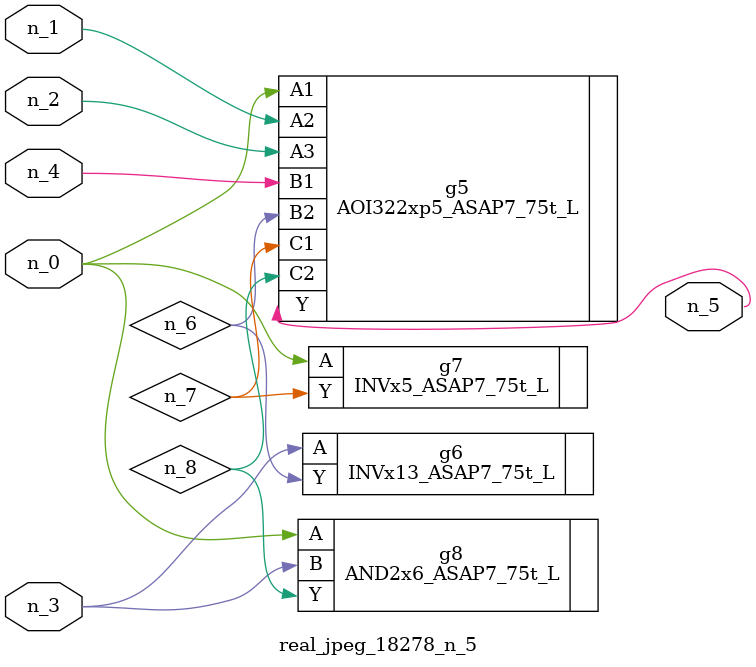
<source format=v>
module real_jpeg_18278_n_5 (n_4, n_0, n_1, n_2, n_3, n_5);

input n_4;
input n_0;
input n_1;
input n_2;
input n_3;

output n_5;

wire n_8;
wire n_6;
wire n_7;

AOI322xp5_ASAP7_75t_L g5 ( 
.A1(n_0),
.A2(n_1),
.A3(n_2),
.B1(n_4),
.B2(n_6),
.C1(n_7),
.C2(n_8),
.Y(n_5)
);

INVx5_ASAP7_75t_L g7 ( 
.A(n_0),
.Y(n_7)
);

AND2x6_ASAP7_75t_L g8 ( 
.A(n_0),
.B(n_3),
.Y(n_8)
);

INVx13_ASAP7_75t_L g6 ( 
.A(n_3),
.Y(n_6)
);


endmodule
</source>
